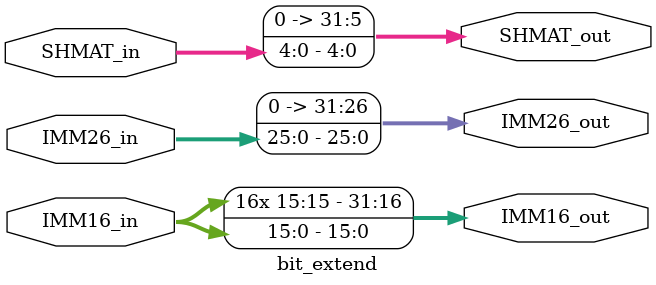
<source format=v>
module bit_extend(IMM16_in, IMM26_in, SHMAT_in, IMM16_out, IMM26_out, SHMAT_out);
    input[15:0] IMM16_in;
    input[25:0] IMM26_in;
    input[4:0] SHMAT_in;                                  // ÏµÍ³Ê±ÖÓ
    output[31:0] IMM16_out;
    output[31:0] IMM26_out;
    output[31:0] SHMAT_out;                             // ·ÖÆµºóµÄÊ±ÖÓ
	assign IMM26_out = {6'b0, IMM26_in};
	assign IMM16_out = {{16{IMM16_in[15]}}, IMM16_in};
	assign SHMAT_out = {27'b0, SHMAT_in};
	                                                 // ¹¦ÄÜÊµÏÖ
endmodule

</source>
